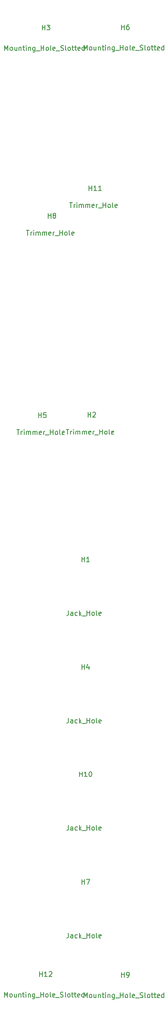
<source format=gbr>
%TF.GenerationSoftware,KiCad,Pcbnew,(5.1.9)-1*%
%TF.CreationDate,2021-09-21T19:29:37+01:00*%
%TF.ProjectId,Noise Faceplate,4e6f6973-6520-4466-9163-65706c617465,rev?*%
%TF.SameCoordinates,Original*%
%TF.FileFunction,Other,Fab,Top*%
%FSLAX46Y46*%
G04 Gerber Fmt 4.6, Leading zero omitted, Abs format (unit mm)*
G04 Created by KiCad (PCBNEW (5.1.9)-1) date 2021-09-21 19:29:37*
%MOMM*%
%LPD*%
G01*
G04 APERTURE LIST*
%ADD10C,0.150000*%
G04 APERTURE END LIST*
%TO.C,H1*%
D10*
X30718523Y-126212880D02*
X30718523Y-126927166D01*
X30670904Y-127070023D01*
X30575666Y-127165261D01*
X30432809Y-127212880D01*
X30337571Y-127212880D01*
X31623285Y-127212880D02*
X31623285Y-126689071D01*
X31575666Y-126593833D01*
X31480428Y-126546214D01*
X31289952Y-126546214D01*
X31194714Y-126593833D01*
X31623285Y-127165261D02*
X31528047Y-127212880D01*
X31289952Y-127212880D01*
X31194714Y-127165261D01*
X31147095Y-127070023D01*
X31147095Y-126974785D01*
X31194714Y-126879547D01*
X31289952Y-126831928D01*
X31528047Y-126831928D01*
X31623285Y-126784309D01*
X32528047Y-127165261D02*
X32432809Y-127212880D01*
X32242333Y-127212880D01*
X32147095Y-127165261D01*
X32099476Y-127117642D01*
X32051857Y-127022404D01*
X32051857Y-126736690D01*
X32099476Y-126641452D01*
X32147095Y-126593833D01*
X32242333Y-126546214D01*
X32432809Y-126546214D01*
X32528047Y-126593833D01*
X32956619Y-127212880D02*
X32956619Y-126212880D01*
X33051857Y-126831928D02*
X33337571Y-127212880D01*
X33337571Y-126546214D02*
X32956619Y-126927166D01*
X33528047Y-127308119D02*
X34289952Y-127308119D01*
X34528047Y-127212880D02*
X34528047Y-126212880D01*
X34528047Y-126689071D02*
X35099476Y-126689071D01*
X35099476Y-127212880D02*
X35099476Y-126212880D01*
X35718523Y-127212880D02*
X35623285Y-127165261D01*
X35575666Y-127117642D01*
X35528047Y-127022404D01*
X35528047Y-126736690D01*
X35575666Y-126641452D01*
X35623285Y-126593833D01*
X35718523Y-126546214D01*
X35861380Y-126546214D01*
X35956619Y-126593833D01*
X36004238Y-126641452D01*
X36051857Y-126736690D01*
X36051857Y-127022404D01*
X36004238Y-127117642D01*
X35956619Y-127165261D01*
X35861380Y-127212880D01*
X35718523Y-127212880D01*
X36623285Y-127212880D02*
X36528047Y-127165261D01*
X36480428Y-127070023D01*
X36480428Y-126212880D01*
X37385190Y-127165261D02*
X37289952Y-127212880D01*
X37099476Y-127212880D01*
X37004238Y-127165261D01*
X36956619Y-127070023D01*
X36956619Y-126689071D01*
X37004238Y-126593833D01*
X37099476Y-126546214D01*
X37289952Y-126546214D01*
X37385190Y-126593833D01*
X37432809Y-126689071D01*
X37432809Y-126784309D01*
X36956619Y-126879547D01*
X33447095Y-116212880D02*
X33447095Y-115212880D01*
X33447095Y-115689071D02*
X34018523Y-115689071D01*
X34018523Y-116212880D02*
X34018523Y-115212880D01*
X35018523Y-116212880D02*
X34447095Y-116212880D01*
X34732809Y-116212880D02*
X34732809Y-115212880D01*
X34637571Y-115355738D01*
X34542333Y-115450976D01*
X34447095Y-115498595D01*
%TO.C,H2*%
X30226619Y-89121880D02*
X30798047Y-89121880D01*
X30512333Y-90121880D02*
X30512333Y-89121880D01*
X31131380Y-90121880D02*
X31131380Y-89455214D01*
X31131380Y-89645690D02*
X31179000Y-89550452D01*
X31226619Y-89502833D01*
X31321857Y-89455214D01*
X31417095Y-89455214D01*
X31750428Y-90121880D02*
X31750428Y-89455214D01*
X31750428Y-89121880D02*
X31702809Y-89169500D01*
X31750428Y-89217119D01*
X31798047Y-89169500D01*
X31750428Y-89121880D01*
X31750428Y-89217119D01*
X32226619Y-90121880D02*
X32226619Y-89455214D01*
X32226619Y-89550452D02*
X32274238Y-89502833D01*
X32369476Y-89455214D01*
X32512333Y-89455214D01*
X32607571Y-89502833D01*
X32655190Y-89598071D01*
X32655190Y-90121880D01*
X32655190Y-89598071D02*
X32702809Y-89502833D01*
X32798047Y-89455214D01*
X32940904Y-89455214D01*
X33036142Y-89502833D01*
X33083761Y-89598071D01*
X33083761Y-90121880D01*
X33559952Y-90121880D02*
X33559952Y-89455214D01*
X33559952Y-89550452D02*
X33607571Y-89502833D01*
X33702809Y-89455214D01*
X33845666Y-89455214D01*
X33940904Y-89502833D01*
X33988523Y-89598071D01*
X33988523Y-90121880D01*
X33988523Y-89598071D02*
X34036142Y-89502833D01*
X34131380Y-89455214D01*
X34274238Y-89455214D01*
X34369476Y-89502833D01*
X34417095Y-89598071D01*
X34417095Y-90121880D01*
X35274238Y-90074261D02*
X35179000Y-90121880D01*
X34988523Y-90121880D01*
X34893285Y-90074261D01*
X34845666Y-89979023D01*
X34845666Y-89598071D01*
X34893285Y-89502833D01*
X34988523Y-89455214D01*
X35179000Y-89455214D01*
X35274238Y-89502833D01*
X35321857Y-89598071D01*
X35321857Y-89693309D01*
X34845666Y-89788547D01*
X35750428Y-90121880D02*
X35750428Y-89455214D01*
X35750428Y-89645690D02*
X35798047Y-89550452D01*
X35845666Y-89502833D01*
X35940904Y-89455214D01*
X36036142Y-89455214D01*
X36131380Y-90217119D02*
X36893285Y-90217119D01*
X37131380Y-90121880D02*
X37131380Y-89121880D01*
X37131380Y-89598071D02*
X37702809Y-89598071D01*
X37702809Y-90121880D02*
X37702809Y-89121880D01*
X38321857Y-90121880D02*
X38226619Y-90074261D01*
X38179000Y-90026642D01*
X38131380Y-89931404D01*
X38131380Y-89645690D01*
X38179000Y-89550452D01*
X38226619Y-89502833D01*
X38321857Y-89455214D01*
X38464714Y-89455214D01*
X38559952Y-89502833D01*
X38607571Y-89550452D01*
X38655190Y-89645690D01*
X38655190Y-89931404D01*
X38607571Y-90026642D01*
X38559952Y-90074261D01*
X38464714Y-90121880D01*
X38321857Y-90121880D01*
X39226619Y-90121880D02*
X39131380Y-90074261D01*
X39083761Y-89979023D01*
X39083761Y-89121880D01*
X39988523Y-90074261D02*
X39893285Y-90121880D01*
X39702809Y-90121880D01*
X39607571Y-90074261D01*
X39559952Y-89979023D01*
X39559952Y-89598071D01*
X39607571Y-89502833D01*
X39702809Y-89455214D01*
X39893285Y-89455214D01*
X39988523Y-89502833D01*
X40036142Y-89598071D01*
X40036142Y-89693309D01*
X39559952Y-89788547D01*
X34717095Y-86621880D02*
X34717095Y-85621880D01*
X34717095Y-86098071D02*
X35288523Y-86098071D01*
X35288523Y-86621880D02*
X35288523Y-85621880D01*
X35717095Y-85717119D02*
X35764714Y-85669500D01*
X35859952Y-85621880D01*
X36098047Y-85621880D01*
X36193285Y-85669500D01*
X36240904Y-85717119D01*
X36288523Y-85812357D01*
X36288523Y-85907595D01*
X36240904Y-86050452D01*
X35669476Y-86621880D01*
X36288523Y-86621880D01*
%TO.C,H3*%
X17593523Y-11510380D02*
X17593523Y-10510380D01*
X17926857Y-11224666D01*
X18260190Y-10510380D01*
X18260190Y-11510380D01*
X18879238Y-11510380D02*
X18784000Y-11462761D01*
X18736380Y-11415142D01*
X18688761Y-11319904D01*
X18688761Y-11034190D01*
X18736380Y-10938952D01*
X18784000Y-10891333D01*
X18879238Y-10843714D01*
X19022095Y-10843714D01*
X19117333Y-10891333D01*
X19164952Y-10938952D01*
X19212571Y-11034190D01*
X19212571Y-11319904D01*
X19164952Y-11415142D01*
X19117333Y-11462761D01*
X19022095Y-11510380D01*
X18879238Y-11510380D01*
X20069714Y-10843714D02*
X20069714Y-11510380D01*
X19641142Y-10843714D02*
X19641142Y-11367523D01*
X19688761Y-11462761D01*
X19784000Y-11510380D01*
X19926857Y-11510380D01*
X20022095Y-11462761D01*
X20069714Y-11415142D01*
X20545904Y-10843714D02*
X20545904Y-11510380D01*
X20545904Y-10938952D02*
X20593523Y-10891333D01*
X20688761Y-10843714D01*
X20831619Y-10843714D01*
X20926857Y-10891333D01*
X20974476Y-10986571D01*
X20974476Y-11510380D01*
X21307809Y-10843714D02*
X21688761Y-10843714D01*
X21450666Y-10510380D02*
X21450666Y-11367523D01*
X21498285Y-11462761D01*
X21593523Y-11510380D01*
X21688761Y-11510380D01*
X22022095Y-11510380D02*
X22022095Y-10843714D01*
X22022095Y-10510380D02*
X21974476Y-10558000D01*
X22022095Y-10605619D01*
X22069714Y-10558000D01*
X22022095Y-10510380D01*
X22022095Y-10605619D01*
X22498285Y-10843714D02*
X22498285Y-11510380D01*
X22498285Y-10938952D02*
X22545904Y-10891333D01*
X22641142Y-10843714D01*
X22784000Y-10843714D01*
X22879238Y-10891333D01*
X22926857Y-10986571D01*
X22926857Y-11510380D01*
X23831619Y-10843714D02*
X23831619Y-11653238D01*
X23784000Y-11748476D01*
X23736380Y-11796095D01*
X23641142Y-11843714D01*
X23498285Y-11843714D01*
X23403047Y-11796095D01*
X23831619Y-11462761D02*
X23736380Y-11510380D01*
X23545904Y-11510380D01*
X23450666Y-11462761D01*
X23403047Y-11415142D01*
X23355428Y-11319904D01*
X23355428Y-11034190D01*
X23403047Y-10938952D01*
X23450666Y-10891333D01*
X23545904Y-10843714D01*
X23736380Y-10843714D01*
X23831619Y-10891333D01*
X24069714Y-11605619D02*
X24831619Y-11605619D01*
X25069714Y-11510380D02*
X25069714Y-10510380D01*
X25069714Y-10986571D02*
X25641142Y-10986571D01*
X25641142Y-11510380D02*
X25641142Y-10510380D01*
X26260190Y-11510380D02*
X26164952Y-11462761D01*
X26117333Y-11415142D01*
X26069714Y-11319904D01*
X26069714Y-11034190D01*
X26117333Y-10938952D01*
X26164952Y-10891333D01*
X26260190Y-10843714D01*
X26403047Y-10843714D01*
X26498285Y-10891333D01*
X26545904Y-10938952D01*
X26593523Y-11034190D01*
X26593523Y-11319904D01*
X26545904Y-11415142D01*
X26498285Y-11462761D01*
X26403047Y-11510380D01*
X26260190Y-11510380D01*
X27164952Y-11510380D02*
X27069714Y-11462761D01*
X27022095Y-11367523D01*
X27022095Y-10510380D01*
X27926857Y-11462761D02*
X27831619Y-11510380D01*
X27641142Y-11510380D01*
X27545904Y-11462761D01*
X27498285Y-11367523D01*
X27498285Y-10986571D01*
X27545904Y-10891333D01*
X27641142Y-10843714D01*
X27831619Y-10843714D01*
X27926857Y-10891333D01*
X27974476Y-10986571D01*
X27974476Y-11081809D01*
X27498285Y-11177047D01*
X28164952Y-11605619D02*
X28926857Y-11605619D01*
X29117333Y-11462761D02*
X29260190Y-11510380D01*
X29498285Y-11510380D01*
X29593523Y-11462761D01*
X29641142Y-11415142D01*
X29688761Y-11319904D01*
X29688761Y-11224666D01*
X29641142Y-11129428D01*
X29593523Y-11081809D01*
X29498285Y-11034190D01*
X29307809Y-10986571D01*
X29212571Y-10938952D01*
X29164952Y-10891333D01*
X29117333Y-10796095D01*
X29117333Y-10700857D01*
X29164952Y-10605619D01*
X29212571Y-10558000D01*
X29307809Y-10510380D01*
X29545904Y-10510380D01*
X29688761Y-10558000D01*
X30260190Y-11510380D02*
X30164952Y-11462761D01*
X30117333Y-11367523D01*
X30117333Y-10510380D01*
X30784000Y-11510380D02*
X30688761Y-11462761D01*
X30641142Y-11415142D01*
X30593523Y-11319904D01*
X30593523Y-11034190D01*
X30641142Y-10938952D01*
X30688761Y-10891333D01*
X30784000Y-10843714D01*
X30926857Y-10843714D01*
X31022095Y-10891333D01*
X31069714Y-10938952D01*
X31117333Y-11034190D01*
X31117333Y-11319904D01*
X31069714Y-11415142D01*
X31022095Y-11462761D01*
X30926857Y-11510380D01*
X30784000Y-11510380D01*
X31403047Y-10843714D02*
X31784000Y-10843714D01*
X31545904Y-10510380D02*
X31545904Y-11367523D01*
X31593523Y-11462761D01*
X31688761Y-11510380D01*
X31784000Y-11510380D01*
X31974476Y-10843714D02*
X32355428Y-10843714D01*
X32117333Y-10510380D02*
X32117333Y-11367523D01*
X32164952Y-11462761D01*
X32260190Y-11510380D01*
X32355428Y-11510380D01*
X33069714Y-11462761D02*
X32974476Y-11510380D01*
X32784000Y-11510380D01*
X32688761Y-11462761D01*
X32641142Y-11367523D01*
X32641142Y-10986571D01*
X32688761Y-10891333D01*
X32784000Y-10843714D01*
X32974476Y-10843714D01*
X33069714Y-10891333D01*
X33117333Y-10986571D01*
X33117333Y-11081809D01*
X32641142Y-11177047D01*
X33974476Y-11510380D02*
X33974476Y-10510380D01*
X33974476Y-11462761D02*
X33879238Y-11510380D01*
X33688761Y-11510380D01*
X33593523Y-11462761D01*
X33545904Y-11415142D01*
X33498285Y-11319904D01*
X33498285Y-11034190D01*
X33545904Y-10938952D01*
X33593523Y-10891333D01*
X33688761Y-10843714D01*
X33879238Y-10843714D01*
X33974476Y-10891333D01*
X25322095Y-7310380D02*
X25322095Y-6310380D01*
X25322095Y-6786571D02*
X25893523Y-6786571D01*
X25893523Y-7310380D02*
X25893523Y-6310380D01*
X26274476Y-6310380D02*
X26893523Y-6310380D01*
X26560190Y-6691333D01*
X26703047Y-6691333D01*
X26798285Y-6738952D01*
X26845904Y-6786571D01*
X26893523Y-6881809D01*
X26893523Y-7119904D01*
X26845904Y-7215142D01*
X26798285Y-7262761D01*
X26703047Y-7310380D01*
X26417333Y-7310380D01*
X26322095Y-7262761D01*
X26274476Y-7215142D01*
%TO.C,H4*%
X30718523Y-148247380D02*
X30718523Y-148961666D01*
X30670904Y-149104523D01*
X30575666Y-149199761D01*
X30432809Y-149247380D01*
X30337571Y-149247380D01*
X31623285Y-149247380D02*
X31623285Y-148723571D01*
X31575666Y-148628333D01*
X31480428Y-148580714D01*
X31289952Y-148580714D01*
X31194714Y-148628333D01*
X31623285Y-149199761D02*
X31528047Y-149247380D01*
X31289952Y-149247380D01*
X31194714Y-149199761D01*
X31147095Y-149104523D01*
X31147095Y-149009285D01*
X31194714Y-148914047D01*
X31289952Y-148866428D01*
X31528047Y-148866428D01*
X31623285Y-148818809D01*
X32528047Y-149199761D02*
X32432809Y-149247380D01*
X32242333Y-149247380D01*
X32147095Y-149199761D01*
X32099476Y-149152142D01*
X32051857Y-149056904D01*
X32051857Y-148771190D01*
X32099476Y-148675952D01*
X32147095Y-148628333D01*
X32242333Y-148580714D01*
X32432809Y-148580714D01*
X32528047Y-148628333D01*
X32956619Y-149247380D02*
X32956619Y-148247380D01*
X33051857Y-148866428D02*
X33337571Y-149247380D01*
X33337571Y-148580714D02*
X32956619Y-148961666D01*
X33528047Y-149342619D02*
X34289952Y-149342619D01*
X34528047Y-149247380D02*
X34528047Y-148247380D01*
X34528047Y-148723571D02*
X35099476Y-148723571D01*
X35099476Y-149247380D02*
X35099476Y-148247380D01*
X35718523Y-149247380D02*
X35623285Y-149199761D01*
X35575666Y-149152142D01*
X35528047Y-149056904D01*
X35528047Y-148771190D01*
X35575666Y-148675952D01*
X35623285Y-148628333D01*
X35718523Y-148580714D01*
X35861380Y-148580714D01*
X35956619Y-148628333D01*
X36004238Y-148675952D01*
X36051857Y-148771190D01*
X36051857Y-149056904D01*
X36004238Y-149152142D01*
X35956619Y-149199761D01*
X35861380Y-149247380D01*
X35718523Y-149247380D01*
X36623285Y-149247380D02*
X36528047Y-149199761D01*
X36480428Y-149104523D01*
X36480428Y-148247380D01*
X37385190Y-149199761D02*
X37289952Y-149247380D01*
X37099476Y-149247380D01*
X37004238Y-149199761D01*
X36956619Y-149104523D01*
X36956619Y-148723571D01*
X37004238Y-148628333D01*
X37099476Y-148580714D01*
X37289952Y-148580714D01*
X37385190Y-148628333D01*
X37432809Y-148723571D01*
X37432809Y-148818809D01*
X36956619Y-148914047D01*
X33447095Y-138247380D02*
X33447095Y-137247380D01*
X33447095Y-137723571D02*
X34018523Y-137723571D01*
X34018523Y-138247380D02*
X34018523Y-137247380D01*
X34923285Y-137580714D02*
X34923285Y-138247380D01*
X34685190Y-137199761D02*
X34447095Y-137914047D01*
X35066142Y-137914047D01*
%TO.C,H5*%
X20066619Y-89185380D02*
X20638047Y-89185380D01*
X20352333Y-90185380D02*
X20352333Y-89185380D01*
X20971380Y-90185380D02*
X20971380Y-89518714D01*
X20971380Y-89709190D02*
X21019000Y-89613952D01*
X21066619Y-89566333D01*
X21161857Y-89518714D01*
X21257095Y-89518714D01*
X21590428Y-90185380D02*
X21590428Y-89518714D01*
X21590428Y-89185380D02*
X21542809Y-89233000D01*
X21590428Y-89280619D01*
X21638047Y-89233000D01*
X21590428Y-89185380D01*
X21590428Y-89280619D01*
X22066619Y-90185380D02*
X22066619Y-89518714D01*
X22066619Y-89613952D02*
X22114238Y-89566333D01*
X22209476Y-89518714D01*
X22352333Y-89518714D01*
X22447571Y-89566333D01*
X22495190Y-89661571D01*
X22495190Y-90185380D01*
X22495190Y-89661571D02*
X22542809Y-89566333D01*
X22638047Y-89518714D01*
X22780904Y-89518714D01*
X22876142Y-89566333D01*
X22923761Y-89661571D01*
X22923761Y-90185380D01*
X23399952Y-90185380D02*
X23399952Y-89518714D01*
X23399952Y-89613952D02*
X23447571Y-89566333D01*
X23542809Y-89518714D01*
X23685666Y-89518714D01*
X23780904Y-89566333D01*
X23828523Y-89661571D01*
X23828523Y-90185380D01*
X23828523Y-89661571D02*
X23876142Y-89566333D01*
X23971380Y-89518714D01*
X24114238Y-89518714D01*
X24209476Y-89566333D01*
X24257095Y-89661571D01*
X24257095Y-90185380D01*
X25114238Y-90137761D02*
X25019000Y-90185380D01*
X24828523Y-90185380D01*
X24733285Y-90137761D01*
X24685666Y-90042523D01*
X24685666Y-89661571D01*
X24733285Y-89566333D01*
X24828523Y-89518714D01*
X25019000Y-89518714D01*
X25114238Y-89566333D01*
X25161857Y-89661571D01*
X25161857Y-89756809D01*
X24685666Y-89852047D01*
X25590428Y-90185380D02*
X25590428Y-89518714D01*
X25590428Y-89709190D02*
X25638047Y-89613952D01*
X25685666Y-89566333D01*
X25780904Y-89518714D01*
X25876142Y-89518714D01*
X25971380Y-90280619D02*
X26733285Y-90280619D01*
X26971380Y-90185380D02*
X26971380Y-89185380D01*
X26971380Y-89661571D02*
X27542809Y-89661571D01*
X27542809Y-90185380D02*
X27542809Y-89185380D01*
X28161857Y-90185380D02*
X28066619Y-90137761D01*
X28019000Y-90090142D01*
X27971380Y-89994904D01*
X27971380Y-89709190D01*
X28019000Y-89613952D01*
X28066619Y-89566333D01*
X28161857Y-89518714D01*
X28304714Y-89518714D01*
X28399952Y-89566333D01*
X28447571Y-89613952D01*
X28495190Y-89709190D01*
X28495190Y-89994904D01*
X28447571Y-90090142D01*
X28399952Y-90137761D01*
X28304714Y-90185380D01*
X28161857Y-90185380D01*
X29066619Y-90185380D02*
X28971380Y-90137761D01*
X28923761Y-90042523D01*
X28923761Y-89185380D01*
X29828523Y-90137761D02*
X29733285Y-90185380D01*
X29542809Y-90185380D01*
X29447571Y-90137761D01*
X29399952Y-90042523D01*
X29399952Y-89661571D01*
X29447571Y-89566333D01*
X29542809Y-89518714D01*
X29733285Y-89518714D01*
X29828523Y-89566333D01*
X29876142Y-89661571D01*
X29876142Y-89756809D01*
X29399952Y-89852047D01*
X24557095Y-86685380D02*
X24557095Y-85685380D01*
X24557095Y-86161571D02*
X25128523Y-86161571D01*
X25128523Y-86685380D02*
X25128523Y-85685380D01*
X26080904Y-85685380D02*
X25604714Y-85685380D01*
X25557095Y-86161571D01*
X25604714Y-86113952D01*
X25699952Y-86066333D01*
X25938047Y-86066333D01*
X26033285Y-86113952D01*
X26080904Y-86161571D01*
X26128523Y-86256809D01*
X26128523Y-86494904D01*
X26080904Y-86590142D01*
X26033285Y-86637761D01*
X25938047Y-86685380D01*
X25699952Y-86685380D01*
X25604714Y-86637761D01*
X25557095Y-86590142D01*
%TO.C,H6*%
X33913023Y-11446880D02*
X33913023Y-10446880D01*
X34246357Y-11161166D01*
X34579690Y-10446880D01*
X34579690Y-11446880D01*
X35198738Y-11446880D02*
X35103500Y-11399261D01*
X35055880Y-11351642D01*
X35008261Y-11256404D01*
X35008261Y-10970690D01*
X35055880Y-10875452D01*
X35103500Y-10827833D01*
X35198738Y-10780214D01*
X35341595Y-10780214D01*
X35436833Y-10827833D01*
X35484452Y-10875452D01*
X35532071Y-10970690D01*
X35532071Y-11256404D01*
X35484452Y-11351642D01*
X35436833Y-11399261D01*
X35341595Y-11446880D01*
X35198738Y-11446880D01*
X36389214Y-10780214D02*
X36389214Y-11446880D01*
X35960642Y-10780214D02*
X35960642Y-11304023D01*
X36008261Y-11399261D01*
X36103500Y-11446880D01*
X36246357Y-11446880D01*
X36341595Y-11399261D01*
X36389214Y-11351642D01*
X36865404Y-10780214D02*
X36865404Y-11446880D01*
X36865404Y-10875452D02*
X36913023Y-10827833D01*
X37008261Y-10780214D01*
X37151119Y-10780214D01*
X37246357Y-10827833D01*
X37293976Y-10923071D01*
X37293976Y-11446880D01*
X37627309Y-10780214D02*
X38008261Y-10780214D01*
X37770166Y-10446880D02*
X37770166Y-11304023D01*
X37817785Y-11399261D01*
X37913023Y-11446880D01*
X38008261Y-11446880D01*
X38341595Y-11446880D02*
X38341595Y-10780214D01*
X38341595Y-10446880D02*
X38293976Y-10494500D01*
X38341595Y-10542119D01*
X38389214Y-10494500D01*
X38341595Y-10446880D01*
X38341595Y-10542119D01*
X38817785Y-10780214D02*
X38817785Y-11446880D01*
X38817785Y-10875452D02*
X38865404Y-10827833D01*
X38960642Y-10780214D01*
X39103500Y-10780214D01*
X39198738Y-10827833D01*
X39246357Y-10923071D01*
X39246357Y-11446880D01*
X40151119Y-10780214D02*
X40151119Y-11589738D01*
X40103500Y-11684976D01*
X40055880Y-11732595D01*
X39960642Y-11780214D01*
X39817785Y-11780214D01*
X39722547Y-11732595D01*
X40151119Y-11399261D02*
X40055880Y-11446880D01*
X39865404Y-11446880D01*
X39770166Y-11399261D01*
X39722547Y-11351642D01*
X39674928Y-11256404D01*
X39674928Y-10970690D01*
X39722547Y-10875452D01*
X39770166Y-10827833D01*
X39865404Y-10780214D01*
X40055880Y-10780214D01*
X40151119Y-10827833D01*
X40389214Y-11542119D02*
X41151119Y-11542119D01*
X41389214Y-11446880D02*
X41389214Y-10446880D01*
X41389214Y-10923071D02*
X41960642Y-10923071D01*
X41960642Y-11446880D02*
X41960642Y-10446880D01*
X42579690Y-11446880D02*
X42484452Y-11399261D01*
X42436833Y-11351642D01*
X42389214Y-11256404D01*
X42389214Y-10970690D01*
X42436833Y-10875452D01*
X42484452Y-10827833D01*
X42579690Y-10780214D01*
X42722547Y-10780214D01*
X42817785Y-10827833D01*
X42865404Y-10875452D01*
X42913023Y-10970690D01*
X42913023Y-11256404D01*
X42865404Y-11351642D01*
X42817785Y-11399261D01*
X42722547Y-11446880D01*
X42579690Y-11446880D01*
X43484452Y-11446880D02*
X43389214Y-11399261D01*
X43341595Y-11304023D01*
X43341595Y-10446880D01*
X44246357Y-11399261D02*
X44151119Y-11446880D01*
X43960642Y-11446880D01*
X43865404Y-11399261D01*
X43817785Y-11304023D01*
X43817785Y-10923071D01*
X43865404Y-10827833D01*
X43960642Y-10780214D01*
X44151119Y-10780214D01*
X44246357Y-10827833D01*
X44293976Y-10923071D01*
X44293976Y-11018309D01*
X43817785Y-11113547D01*
X44484452Y-11542119D02*
X45246357Y-11542119D01*
X45436833Y-11399261D02*
X45579690Y-11446880D01*
X45817785Y-11446880D01*
X45913023Y-11399261D01*
X45960642Y-11351642D01*
X46008261Y-11256404D01*
X46008261Y-11161166D01*
X45960642Y-11065928D01*
X45913023Y-11018309D01*
X45817785Y-10970690D01*
X45627309Y-10923071D01*
X45532071Y-10875452D01*
X45484452Y-10827833D01*
X45436833Y-10732595D01*
X45436833Y-10637357D01*
X45484452Y-10542119D01*
X45532071Y-10494500D01*
X45627309Y-10446880D01*
X45865404Y-10446880D01*
X46008261Y-10494500D01*
X46579690Y-11446880D02*
X46484452Y-11399261D01*
X46436833Y-11304023D01*
X46436833Y-10446880D01*
X47103500Y-11446880D02*
X47008261Y-11399261D01*
X46960642Y-11351642D01*
X46913023Y-11256404D01*
X46913023Y-10970690D01*
X46960642Y-10875452D01*
X47008261Y-10827833D01*
X47103500Y-10780214D01*
X47246357Y-10780214D01*
X47341595Y-10827833D01*
X47389214Y-10875452D01*
X47436833Y-10970690D01*
X47436833Y-11256404D01*
X47389214Y-11351642D01*
X47341595Y-11399261D01*
X47246357Y-11446880D01*
X47103500Y-11446880D01*
X47722547Y-10780214D02*
X48103500Y-10780214D01*
X47865404Y-10446880D02*
X47865404Y-11304023D01*
X47913023Y-11399261D01*
X48008261Y-11446880D01*
X48103500Y-11446880D01*
X48293976Y-10780214D02*
X48674928Y-10780214D01*
X48436833Y-10446880D02*
X48436833Y-11304023D01*
X48484452Y-11399261D01*
X48579690Y-11446880D01*
X48674928Y-11446880D01*
X49389214Y-11399261D02*
X49293976Y-11446880D01*
X49103500Y-11446880D01*
X49008261Y-11399261D01*
X48960642Y-11304023D01*
X48960642Y-10923071D01*
X49008261Y-10827833D01*
X49103500Y-10780214D01*
X49293976Y-10780214D01*
X49389214Y-10827833D01*
X49436833Y-10923071D01*
X49436833Y-11018309D01*
X48960642Y-11113547D01*
X50293976Y-11446880D02*
X50293976Y-10446880D01*
X50293976Y-11399261D02*
X50198738Y-11446880D01*
X50008261Y-11446880D01*
X49913023Y-11399261D01*
X49865404Y-11351642D01*
X49817785Y-11256404D01*
X49817785Y-10970690D01*
X49865404Y-10875452D01*
X49913023Y-10827833D01*
X50008261Y-10780214D01*
X50198738Y-10780214D01*
X50293976Y-10827833D01*
X41641595Y-7246880D02*
X41641595Y-6246880D01*
X41641595Y-6723071D02*
X42213023Y-6723071D01*
X42213023Y-7246880D02*
X42213023Y-6246880D01*
X43117785Y-6246880D02*
X42927309Y-6246880D01*
X42832071Y-6294500D01*
X42784452Y-6342119D01*
X42689214Y-6484976D01*
X42641595Y-6675452D01*
X42641595Y-7056404D01*
X42689214Y-7151642D01*
X42736833Y-7199261D01*
X42832071Y-7246880D01*
X43022547Y-7246880D01*
X43117785Y-7199261D01*
X43165404Y-7151642D01*
X43213023Y-7056404D01*
X43213023Y-6818309D01*
X43165404Y-6723071D01*
X43117785Y-6675452D01*
X43022547Y-6627833D01*
X42832071Y-6627833D01*
X42736833Y-6675452D01*
X42689214Y-6723071D01*
X42641595Y-6818309D01*
%TO.C,H7*%
X30718523Y-192252880D02*
X30718523Y-192967166D01*
X30670904Y-193110023D01*
X30575666Y-193205261D01*
X30432809Y-193252880D01*
X30337571Y-193252880D01*
X31623285Y-193252880D02*
X31623285Y-192729071D01*
X31575666Y-192633833D01*
X31480428Y-192586214D01*
X31289952Y-192586214D01*
X31194714Y-192633833D01*
X31623285Y-193205261D02*
X31528047Y-193252880D01*
X31289952Y-193252880D01*
X31194714Y-193205261D01*
X31147095Y-193110023D01*
X31147095Y-193014785D01*
X31194714Y-192919547D01*
X31289952Y-192871928D01*
X31528047Y-192871928D01*
X31623285Y-192824309D01*
X32528047Y-193205261D02*
X32432809Y-193252880D01*
X32242333Y-193252880D01*
X32147095Y-193205261D01*
X32099476Y-193157642D01*
X32051857Y-193062404D01*
X32051857Y-192776690D01*
X32099476Y-192681452D01*
X32147095Y-192633833D01*
X32242333Y-192586214D01*
X32432809Y-192586214D01*
X32528047Y-192633833D01*
X32956619Y-193252880D02*
X32956619Y-192252880D01*
X33051857Y-192871928D02*
X33337571Y-193252880D01*
X33337571Y-192586214D02*
X32956619Y-192967166D01*
X33528047Y-193348119D02*
X34289952Y-193348119D01*
X34528047Y-193252880D02*
X34528047Y-192252880D01*
X34528047Y-192729071D02*
X35099476Y-192729071D01*
X35099476Y-193252880D02*
X35099476Y-192252880D01*
X35718523Y-193252880D02*
X35623285Y-193205261D01*
X35575666Y-193157642D01*
X35528047Y-193062404D01*
X35528047Y-192776690D01*
X35575666Y-192681452D01*
X35623285Y-192633833D01*
X35718523Y-192586214D01*
X35861380Y-192586214D01*
X35956619Y-192633833D01*
X36004238Y-192681452D01*
X36051857Y-192776690D01*
X36051857Y-193062404D01*
X36004238Y-193157642D01*
X35956619Y-193205261D01*
X35861380Y-193252880D01*
X35718523Y-193252880D01*
X36623285Y-193252880D02*
X36528047Y-193205261D01*
X36480428Y-193110023D01*
X36480428Y-192252880D01*
X37385190Y-193205261D02*
X37289952Y-193252880D01*
X37099476Y-193252880D01*
X37004238Y-193205261D01*
X36956619Y-193110023D01*
X36956619Y-192729071D01*
X37004238Y-192633833D01*
X37099476Y-192586214D01*
X37289952Y-192586214D01*
X37385190Y-192633833D01*
X37432809Y-192729071D01*
X37432809Y-192824309D01*
X36956619Y-192919547D01*
X33447095Y-182252880D02*
X33447095Y-181252880D01*
X33447095Y-181729071D02*
X34018523Y-181729071D01*
X34018523Y-182252880D02*
X34018523Y-181252880D01*
X34399476Y-181252880D02*
X35066142Y-181252880D01*
X34637571Y-182252880D01*
%TO.C,H8*%
X22035119Y-48354880D02*
X22606547Y-48354880D01*
X22320833Y-49354880D02*
X22320833Y-48354880D01*
X22939880Y-49354880D02*
X22939880Y-48688214D01*
X22939880Y-48878690D02*
X22987500Y-48783452D01*
X23035119Y-48735833D01*
X23130357Y-48688214D01*
X23225595Y-48688214D01*
X23558928Y-49354880D02*
X23558928Y-48688214D01*
X23558928Y-48354880D02*
X23511309Y-48402500D01*
X23558928Y-48450119D01*
X23606547Y-48402500D01*
X23558928Y-48354880D01*
X23558928Y-48450119D01*
X24035119Y-49354880D02*
X24035119Y-48688214D01*
X24035119Y-48783452D02*
X24082738Y-48735833D01*
X24177976Y-48688214D01*
X24320833Y-48688214D01*
X24416071Y-48735833D01*
X24463690Y-48831071D01*
X24463690Y-49354880D01*
X24463690Y-48831071D02*
X24511309Y-48735833D01*
X24606547Y-48688214D01*
X24749404Y-48688214D01*
X24844642Y-48735833D01*
X24892261Y-48831071D01*
X24892261Y-49354880D01*
X25368452Y-49354880D02*
X25368452Y-48688214D01*
X25368452Y-48783452D02*
X25416071Y-48735833D01*
X25511309Y-48688214D01*
X25654166Y-48688214D01*
X25749404Y-48735833D01*
X25797023Y-48831071D01*
X25797023Y-49354880D01*
X25797023Y-48831071D02*
X25844642Y-48735833D01*
X25939880Y-48688214D01*
X26082738Y-48688214D01*
X26177976Y-48735833D01*
X26225595Y-48831071D01*
X26225595Y-49354880D01*
X27082738Y-49307261D02*
X26987500Y-49354880D01*
X26797023Y-49354880D01*
X26701785Y-49307261D01*
X26654166Y-49212023D01*
X26654166Y-48831071D01*
X26701785Y-48735833D01*
X26797023Y-48688214D01*
X26987500Y-48688214D01*
X27082738Y-48735833D01*
X27130357Y-48831071D01*
X27130357Y-48926309D01*
X26654166Y-49021547D01*
X27558928Y-49354880D02*
X27558928Y-48688214D01*
X27558928Y-48878690D02*
X27606547Y-48783452D01*
X27654166Y-48735833D01*
X27749404Y-48688214D01*
X27844642Y-48688214D01*
X27939880Y-49450119D02*
X28701785Y-49450119D01*
X28939880Y-49354880D02*
X28939880Y-48354880D01*
X28939880Y-48831071D02*
X29511309Y-48831071D01*
X29511309Y-49354880D02*
X29511309Y-48354880D01*
X30130357Y-49354880D02*
X30035119Y-49307261D01*
X29987500Y-49259642D01*
X29939880Y-49164404D01*
X29939880Y-48878690D01*
X29987500Y-48783452D01*
X30035119Y-48735833D01*
X30130357Y-48688214D01*
X30273214Y-48688214D01*
X30368452Y-48735833D01*
X30416071Y-48783452D01*
X30463690Y-48878690D01*
X30463690Y-49164404D01*
X30416071Y-49259642D01*
X30368452Y-49307261D01*
X30273214Y-49354880D01*
X30130357Y-49354880D01*
X31035119Y-49354880D02*
X30939880Y-49307261D01*
X30892261Y-49212023D01*
X30892261Y-48354880D01*
X31797023Y-49307261D02*
X31701785Y-49354880D01*
X31511309Y-49354880D01*
X31416071Y-49307261D01*
X31368452Y-49212023D01*
X31368452Y-48831071D01*
X31416071Y-48735833D01*
X31511309Y-48688214D01*
X31701785Y-48688214D01*
X31797023Y-48735833D01*
X31844642Y-48831071D01*
X31844642Y-48926309D01*
X31368452Y-49021547D01*
X26525595Y-45854880D02*
X26525595Y-44854880D01*
X26525595Y-45331071D02*
X27097023Y-45331071D01*
X27097023Y-45854880D02*
X27097023Y-44854880D01*
X27716071Y-45283452D02*
X27620833Y-45235833D01*
X27573214Y-45188214D01*
X27525595Y-45092976D01*
X27525595Y-45045357D01*
X27573214Y-44950119D01*
X27620833Y-44902500D01*
X27716071Y-44854880D01*
X27906547Y-44854880D01*
X28001785Y-44902500D01*
X28049404Y-44950119D01*
X28097023Y-45045357D01*
X28097023Y-45092976D01*
X28049404Y-45188214D01*
X28001785Y-45235833D01*
X27906547Y-45283452D01*
X27716071Y-45283452D01*
X27620833Y-45331071D01*
X27573214Y-45378690D01*
X27525595Y-45473928D01*
X27525595Y-45664404D01*
X27573214Y-45759642D01*
X27620833Y-45807261D01*
X27716071Y-45854880D01*
X27906547Y-45854880D01*
X28001785Y-45807261D01*
X28049404Y-45759642D01*
X28097023Y-45664404D01*
X28097023Y-45473928D01*
X28049404Y-45378690D01*
X28001785Y-45331071D01*
X27906547Y-45283452D01*
%TO.C,H9*%
X33913023Y-205502880D02*
X33913023Y-204502880D01*
X34246357Y-205217166D01*
X34579690Y-204502880D01*
X34579690Y-205502880D01*
X35198738Y-205502880D02*
X35103500Y-205455261D01*
X35055880Y-205407642D01*
X35008261Y-205312404D01*
X35008261Y-205026690D01*
X35055880Y-204931452D01*
X35103500Y-204883833D01*
X35198738Y-204836214D01*
X35341595Y-204836214D01*
X35436833Y-204883833D01*
X35484452Y-204931452D01*
X35532071Y-205026690D01*
X35532071Y-205312404D01*
X35484452Y-205407642D01*
X35436833Y-205455261D01*
X35341595Y-205502880D01*
X35198738Y-205502880D01*
X36389214Y-204836214D02*
X36389214Y-205502880D01*
X35960642Y-204836214D02*
X35960642Y-205360023D01*
X36008261Y-205455261D01*
X36103500Y-205502880D01*
X36246357Y-205502880D01*
X36341595Y-205455261D01*
X36389214Y-205407642D01*
X36865404Y-204836214D02*
X36865404Y-205502880D01*
X36865404Y-204931452D02*
X36913023Y-204883833D01*
X37008261Y-204836214D01*
X37151119Y-204836214D01*
X37246357Y-204883833D01*
X37293976Y-204979071D01*
X37293976Y-205502880D01*
X37627309Y-204836214D02*
X38008261Y-204836214D01*
X37770166Y-204502880D02*
X37770166Y-205360023D01*
X37817785Y-205455261D01*
X37913023Y-205502880D01*
X38008261Y-205502880D01*
X38341595Y-205502880D02*
X38341595Y-204836214D01*
X38341595Y-204502880D02*
X38293976Y-204550500D01*
X38341595Y-204598119D01*
X38389214Y-204550500D01*
X38341595Y-204502880D01*
X38341595Y-204598119D01*
X38817785Y-204836214D02*
X38817785Y-205502880D01*
X38817785Y-204931452D02*
X38865404Y-204883833D01*
X38960642Y-204836214D01*
X39103500Y-204836214D01*
X39198738Y-204883833D01*
X39246357Y-204979071D01*
X39246357Y-205502880D01*
X40151119Y-204836214D02*
X40151119Y-205645738D01*
X40103500Y-205740976D01*
X40055880Y-205788595D01*
X39960642Y-205836214D01*
X39817785Y-205836214D01*
X39722547Y-205788595D01*
X40151119Y-205455261D02*
X40055880Y-205502880D01*
X39865404Y-205502880D01*
X39770166Y-205455261D01*
X39722547Y-205407642D01*
X39674928Y-205312404D01*
X39674928Y-205026690D01*
X39722547Y-204931452D01*
X39770166Y-204883833D01*
X39865404Y-204836214D01*
X40055880Y-204836214D01*
X40151119Y-204883833D01*
X40389214Y-205598119D02*
X41151119Y-205598119D01*
X41389214Y-205502880D02*
X41389214Y-204502880D01*
X41389214Y-204979071D02*
X41960642Y-204979071D01*
X41960642Y-205502880D02*
X41960642Y-204502880D01*
X42579690Y-205502880D02*
X42484452Y-205455261D01*
X42436833Y-205407642D01*
X42389214Y-205312404D01*
X42389214Y-205026690D01*
X42436833Y-204931452D01*
X42484452Y-204883833D01*
X42579690Y-204836214D01*
X42722547Y-204836214D01*
X42817785Y-204883833D01*
X42865404Y-204931452D01*
X42913023Y-205026690D01*
X42913023Y-205312404D01*
X42865404Y-205407642D01*
X42817785Y-205455261D01*
X42722547Y-205502880D01*
X42579690Y-205502880D01*
X43484452Y-205502880D02*
X43389214Y-205455261D01*
X43341595Y-205360023D01*
X43341595Y-204502880D01*
X44246357Y-205455261D02*
X44151119Y-205502880D01*
X43960642Y-205502880D01*
X43865404Y-205455261D01*
X43817785Y-205360023D01*
X43817785Y-204979071D01*
X43865404Y-204883833D01*
X43960642Y-204836214D01*
X44151119Y-204836214D01*
X44246357Y-204883833D01*
X44293976Y-204979071D01*
X44293976Y-205074309D01*
X43817785Y-205169547D01*
X44484452Y-205598119D02*
X45246357Y-205598119D01*
X45436833Y-205455261D02*
X45579690Y-205502880D01*
X45817785Y-205502880D01*
X45913023Y-205455261D01*
X45960642Y-205407642D01*
X46008261Y-205312404D01*
X46008261Y-205217166D01*
X45960642Y-205121928D01*
X45913023Y-205074309D01*
X45817785Y-205026690D01*
X45627309Y-204979071D01*
X45532071Y-204931452D01*
X45484452Y-204883833D01*
X45436833Y-204788595D01*
X45436833Y-204693357D01*
X45484452Y-204598119D01*
X45532071Y-204550500D01*
X45627309Y-204502880D01*
X45865404Y-204502880D01*
X46008261Y-204550500D01*
X46579690Y-205502880D02*
X46484452Y-205455261D01*
X46436833Y-205360023D01*
X46436833Y-204502880D01*
X47103500Y-205502880D02*
X47008261Y-205455261D01*
X46960642Y-205407642D01*
X46913023Y-205312404D01*
X46913023Y-205026690D01*
X46960642Y-204931452D01*
X47008261Y-204883833D01*
X47103500Y-204836214D01*
X47246357Y-204836214D01*
X47341595Y-204883833D01*
X47389214Y-204931452D01*
X47436833Y-205026690D01*
X47436833Y-205312404D01*
X47389214Y-205407642D01*
X47341595Y-205455261D01*
X47246357Y-205502880D01*
X47103500Y-205502880D01*
X47722547Y-204836214D02*
X48103500Y-204836214D01*
X47865404Y-204502880D02*
X47865404Y-205360023D01*
X47913023Y-205455261D01*
X48008261Y-205502880D01*
X48103500Y-205502880D01*
X48293976Y-204836214D02*
X48674928Y-204836214D01*
X48436833Y-204502880D02*
X48436833Y-205360023D01*
X48484452Y-205455261D01*
X48579690Y-205502880D01*
X48674928Y-205502880D01*
X49389214Y-205455261D02*
X49293976Y-205502880D01*
X49103500Y-205502880D01*
X49008261Y-205455261D01*
X48960642Y-205360023D01*
X48960642Y-204979071D01*
X49008261Y-204883833D01*
X49103500Y-204836214D01*
X49293976Y-204836214D01*
X49389214Y-204883833D01*
X49436833Y-204979071D01*
X49436833Y-205074309D01*
X48960642Y-205169547D01*
X50293976Y-205502880D02*
X50293976Y-204502880D01*
X50293976Y-205455261D02*
X50198738Y-205502880D01*
X50008261Y-205502880D01*
X49913023Y-205455261D01*
X49865404Y-205407642D01*
X49817785Y-205312404D01*
X49817785Y-205026690D01*
X49865404Y-204931452D01*
X49913023Y-204883833D01*
X50008261Y-204836214D01*
X50198738Y-204836214D01*
X50293976Y-204883833D01*
X41641595Y-201302880D02*
X41641595Y-200302880D01*
X41641595Y-200779071D02*
X42213023Y-200779071D01*
X42213023Y-201302880D02*
X42213023Y-200302880D01*
X42736833Y-201302880D02*
X42927309Y-201302880D01*
X43022547Y-201255261D01*
X43070166Y-201207642D01*
X43165404Y-201064785D01*
X43213023Y-200874309D01*
X43213023Y-200493357D01*
X43165404Y-200398119D01*
X43117785Y-200350500D01*
X43022547Y-200302880D01*
X42832071Y-200302880D01*
X42736833Y-200350500D01*
X42689214Y-200398119D01*
X42641595Y-200493357D01*
X42641595Y-200731452D01*
X42689214Y-200826690D01*
X42736833Y-200874309D01*
X42832071Y-200921928D01*
X43022547Y-200921928D01*
X43117785Y-200874309D01*
X43165404Y-200826690D01*
X43213023Y-200731452D01*
%TO.C,H10*%
X30718523Y-170218380D02*
X30718523Y-170932666D01*
X30670904Y-171075523D01*
X30575666Y-171170761D01*
X30432809Y-171218380D01*
X30337571Y-171218380D01*
X31623285Y-171218380D02*
X31623285Y-170694571D01*
X31575666Y-170599333D01*
X31480428Y-170551714D01*
X31289952Y-170551714D01*
X31194714Y-170599333D01*
X31623285Y-171170761D02*
X31528047Y-171218380D01*
X31289952Y-171218380D01*
X31194714Y-171170761D01*
X31147095Y-171075523D01*
X31147095Y-170980285D01*
X31194714Y-170885047D01*
X31289952Y-170837428D01*
X31528047Y-170837428D01*
X31623285Y-170789809D01*
X32528047Y-171170761D02*
X32432809Y-171218380D01*
X32242333Y-171218380D01*
X32147095Y-171170761D01*
X32099476Y-171123142D01*
X32051857Y-171027904D01*
X32051857Y-170742190D01*
X32099476Y-170646952D01*
X32147095Y-170599333D01*
X32242333Y-170551714D01*
X32432809Y-170551714D01*
X32528047Y-170599333D01*
X32956619Y-171218380D02*
X32956619Y-170218380D01*
X33051857Y-170837428D02*
X33337571Y-171218380D01*
X33337571Y-170551714D02*
X32956619Y-170932666D01*
X33528047Y-171313619D02*
X34289952Y-171313619D01*
X34528047Y-171218380D02*
X34528047Y-170218380D01*
X34528047Y-170694571D02*
X35099476Y-170694571D01*
X35099476Y-171218380D02*
X35099476Y-170218380D01*
X35718523Y-171218380D02*
X35623285Y-171170761D01*
X35575666Y-171123142D01*
X35528047Y-171027904D01*
X35528047Y-170742190D01*
X35575666Y-170646952D01*
X35623285Y-170599333D01*
X35718523Y-170551714D01*
X35861380Y-170551714D01*
X35956619Y-170599333D01*
X36004238Y-170646952D01*
X36051857Y-170742190D01*
X36051857Y-171027904D01*
X36004238Y-171123142D01*
X35956619Y-171170761D01*
X35861380Y-171218380D01*
X35718523Y-171218380D01*
X36623285Y-171218380D02*
X36528047Y-171170761D01*
X36480428Y-171075523D01*
X36480428Y-170218380D01*
X37385190Y-171170761D02*
X37289952Y-171218380D01*
X37099476Y-171218380D01*
X37004238Y-171170761D01*
X36956619Y-171075523D01*
X36956619Y-170694571D01*
X37004238Y-170599333D01*
X37099476Y-170551714D01*
X37289952Y-170551714D01*
X37385190Y-170599333D01*
X37432809Y-170694571D01*
X37432809Y-170789809D01*
X36956619Y-170885047D01*
X32970904Y-160218380D02*
X32970904Y-159218380D01*
X32970904Y-159694571D02*
X33542333Y-159694571D01*
X33542333Y-160218380D02*
X33542333Y-159218380D01*
X34542333Y-160218380D02*
X33970904Y-160218380D01*
X34256619Y-160218380D02*
X34256619Y-159218380D01*
X34161380Y-159361238D01*
X34066142Y-159456476D01*
X33970904Y-159504095D01*
X35161380Y-159218380D02*
X35256619Y-159218380D01*
X35351857Y-159266000D01*
X35399476Y-159313619D01*
X35447095Y-159408857D01*
X35494714Y-159599333D01*
X35494714Y-159837428D01*
X35447095Y-160027904D01*
X35399476Y-160123142D01*
X35351857Y-160170761D01*
X35256619Y-160218380D01*
X35161380Y-160218380D01*
X35066142Y-160170761D01*
X35018523Y-160123142D01*
X34970904Y-160027904D01*
X34923285Y-159837428D01*
X34923285Y-159599333D01*
X34970904Y-159408857D01*
X35018523Y-159313619D01*
X35066142Y-159266000D01*
X35161380Y-159218380D01*
%TO.C,H11*%
X30925119Y-42703380D02*
X31496547Y-42703380D01*
X31210833Y-43703380D02*
X31210833Y-42703380D01*
X31829880Y-43703380D02*
X31829880Y-43036714D01*
X31829880Y-43227190D02*
X31877500Y-43131952D01*
X31925119Y-43084333D01*
X32020357Y-43036714D01*
X32115595Y-43036714D01*
X32448928Y-43703380D02*
X32448928Y-43036714D01*
X32448928Y-42703380D02*
X32401309Y-42751000D01*
X32448928Y-42798619D01*
X32496547Y-42751000D01*
X32448928Y-42703380D01*
X32448928Y-42798619D01*
X32925119Y-43703380D02*
X32925119Y-43036714D01*
X32925119Y-43131952D02*
X32972738Y-43084333D01*
X33067976Y-43036714D01*
X33210833Y-43036714D01*
X33306071Y-43084333D01*
X33353690Y-43179571D01*
X33353690Y-43703380D01*
X33353690Y-43179571D02*
X33401309Y-43084333D01*
X33496547Y-43036714D01*
X33639404Y-43036714D01*
X33734642Y-43084333D01*
X33782261Y-43179571D01*
X33782261Y-43703380D01*
X34258452Y-43703380D02*
X34258452Y-43036714D01*
X34258452Y-43131952D02*
X34306071Y-43084333D01*
X34401309Y-43036714D01*
X34544166Y-43036714D01*
X34639404Y-43084333D01*
X34687023Y-43179571D01*
X34687023Y-43703380D01*
X34687023Y-43179571D02*
X34734642Y-43084333D01*
X34829880Y-43036714D01*
X34972738Y-43036714D01*
X35067976Y-43084333D01*
X35115595Y-43179571D01*
X35115595Y-43703380D01*
X35972738Y-43655761D02*
X35877500Y-43703380D01*
X35687023Y-43703380D01*
X35591785Y-43655761D01*
X35544166Y-43560523D01*
X35544166Y-43179571D01*
X35591785Y-43084333D01*
X35687023Y-43036714D01*
X35877500Y-43036714D01*
X35972738Y-43084333D01*
X36020357Y-43179571D01*
X36020357Y-43274809D01*
X35544166Y-43370047D01*
X36448928Y-43703380D02*
X36448928Y-43036714D01*
X36448928Y-43227190D02*
X36496547Y-43131952D01*
X36544166Y-43084333D01*
X36639404Y-43036714D01*
X36734642Y-43036714D01*
X36829880Y-43798619D02*
X37591785Y-43798619D01*
X37829880Y-43703380D02*
X37829880Y-42703380D01*
X37829880Y-43179571D02*
X38401309Y-43179571D01*
X38401309Y-43703380D02*
X38401309Y-42703380D01*
X39020357Y-43703380D02*
X38925119Y-43655761D01*
X38877500Y-43608142D01*
X38829880Y-43512904D01*
X38829880Y-43227190D01*
X38877500Y-43131952D01*
X38925119Y-43084333D01*
X39020357Y-43036714D01*
X39163214Y-43036714D01*
X39258452Y-43084333D01*
X39306071Y-43131952D01*
X39353690Y-43227190D01*
X39353690Y-43512904D01*
X39306071Y-43608142D01*
X39258452Y-43655761D01*
X39163214Y-43703380D01*
X39020357Y-43703380D01*
X39925119Y-43703380D02*
X39829880Y-43655761D01*
X39782261Y-43560523D01*
X39782261Y-42703380D01*
X40687023Y-43655761D02*
X40591785Y-43703380D01*
X40401309Y-43703380D01*
X40306071Y-43655761D01*
X40258452Y-43560523D01*
X40258452Y-43179571D01*
X40306071Y-43084333D01*
X40401309Y-43036714D01*
X40591785Y-43036714D01*
X40687023Y-43084333D01*
X40734642Y-43179571D01*
X40734642Y-43274809D01*
X40258452Y-43370047D01*
X34939404Y-40203380D02*
X34939404Y-39203380D01*
X34939404Y-39679571D02*
X35510833Y-39679571D01*
X35510833Y-40203380D02*
X35510833Y-39203380D01*
X36510833Y-40203380D02*
X35939404Y-40203380D01*
X36225119Y-40203380D02*
X36225119Y-39203380D01*
X36129880Y-39346238D01*
X36034642Y-39441476D01*
X35939404Y-39489095D01*
X37463214Y-40203380D02*
X36891785Y-40203380D01*
X37177500Y-40203380D02*
X37177500Y-39203380D01*
X37082261Y-39346238D01*
X36987023Y-39441476D01*
X36891785Y-39489095D01*
%TO.C,H12*%
X17527023Y-205375880D02*
X17527023Y-204375880D01*
X17860357Y-205090166D01*
X18193690Y-204375880D01*
X18193690Y-205375880D01*
X18812738Y-205375880D02*
X18717500Y-205328261D01*
X18669880Y-205280642D01*
X18622261Y-205185404D01*
X18622261Y-204899690D01*
X18669880Y-204804452D01*
X18717500Y-204756833D01*
X18812738Y-204709214D01*
X18955595Y-204709214D01*
X19050833Y-204756833D01*
X19098452Y-204804452D01*
X19146071Y-204899690D01*
X19146071Y-205185404D01*
X19098452Y-205280642D01*
X19050833Y-205328261D01*
X18955595Y-205375880D01*
X18812738Y-205375880D01*
X20003214Y-204709214D02*
X20003214Y-205375880D01*
X19574642Y-204709214D02*
X19574642Y-205233023D01*
X19622261Y-205328261D01*
X19717500Y-205375880D01*
X19860357Y-205375880D01*
X19955595Y-205328261D01*
X20003214Y-205280642D01*
X20479404Y-204709214D02*
X20479404Y-205375880D01*
X20479404Y-204804452D02*
X20527023Y-204756833D01*
X20622261Y-204709214D01*
X20765119Y-204709214D01*
X20860357Y-204756833D01*
X20907976Y-204852071D01*
X20907976Y-205375880D01*
X21241309Y-204709214D02*
X21622261Y-204709214D01*
X21384166Y-204375880D02*
X21384166Y-205233023D01*
X21431785Y-205328261D01*
X21527023Y-205375880D01*
X21622261Y-205375880D01*
X21955595Y-205375880D02*
X21955595Y-204709214D01*
X21955595Y-204375880D02*
X21907976Y-204423500D01*
X21955595Y-204471119D01*
X22003214Y-204423500D01*
X21955595Y-204375880D01*
X21955595Y-204471119D01*
X22431785Y-204709214D02*
X22431785Y-205375880D01*
X22431785Y-204804452D02*
X22479404Y-204756833D01*
X22574642Y-204709214D01*
X22717500Y-204709214D01*
X22812738Y-204756833D01*
X22860357Y-204852071D01*
X22860357Y-205375880D01*
X23765119Y-204709214D02*
X23765119Y-205518738D01*
X23717500Y-205613976D01*
X23669880Y-205661595D01*
X23574642Y-205709214D01*
X23431785Y-205709214D01*
X23336547Y-205661595D01*
X23765119Y-205328261D02*
X23669880Y-205375880D01*
X23479404Y-205375880D01*
X23384166Y-205328261D01*
X23336547Y-205280642D01*
X23288928Y-205185404D01*
X23288928Y-204899690D01*
X23336547Y-204804452D01*
X23384166Y-204756833D01*
X23479404Y-204709214D01*
X23669880Y-204709214D01*
X23765119Y-204756833D01*
X24003214Y-205471119D02*
X24765119Y-205471119D01*
X25003214Y-205375880D02*
X25003214Y-204375880D01*
X25003214Y-204852071D02*
X25574642Y-204852071D01*
X25574642Y-205375880D02*
X25574642Y-204375880D01*
X26193690Y-205375880D02*
X26098452Y-205328261D01*
X26050833Y-205280642D01*
X26003214Y-205185404D01*
X26003214Y-204899690D01*
X26050833Y-204804452D01*
X26098452Y-204756833D01*
X26193690Y-204709214D01*
X26336547Y-204709214D01*
X26431785Y-204756833D01*
X26479404Y-204804452D01*
X26527023Y-204899690D01*
X26527023Y-205185404D01*
X26479404Y-205280642D01*
X26431785Y-205328261D01*
X26336547Y-205375880D01*
X26193690Y-205375880D01*
X27098452Y-205375880D02*
X27003214Y-205328261D01*
X26955595Y-205233023D01*
X26955595Y-204375880D01*
X27860357Y-205328261D02*
X27765119Y-205375880D01*
X27574642Y-205375880D01*
X27479404Y-205328261D01*
X27431785Y-205233023D01*
X27431785Y-204852071D01*
X27479404Y-204756833D01*
X27574642Y-204709214D01*
X27765119Y-204709214D01*
X27860357Y-204756833D01*
X27907976Y-204852071D01*
X27907976Y-204947309D01*
X27431785Y-205042547D01*
X28098452Y-205471119D02*
X28860357Y-205471119D01*
X29050833Y-205328261D02*
X29193690Y-205375880D01*
X29431785Y-205375880D01*
X29527023Y-205328261D01*
X29574642Y-205280642D01*
X29622261Y-205185404D01*
X29622261Y-205090166D01*
X29574642Y-204994928D01*
X29527023Y-204947309D01*
X29431785Y-204899690D01*
X29241309Y-204852071D01*
X29146071Y-204804452D01*
X29098452Y-204756833D01*
X29050833Y-204661595D01*
X29050833Y-204566357D01*
X29098452Y-204471119D01*
X29146071Y-204423500D01*
X29241309Y-204375880D01*
X29479404Y-204375880D01*
X29622261Y-204423500D01*
X30193690Y-205375880D02*
X30098452Y-205328261D01*
X30050833Y-205233023D01*
X30050833Y-204375880D01*
X30717500Y-205375880D02*
X30622261Y-205328261D01*
X30574642Y-205280642D01*
X30527023Y-205185404D01*
X30527023Y-204899690D01*
X30574642Y-204804452D01*
X30622261Y-204756833D01*
X30717500Y-204709214D01*
X30860357Y-204709214D01*
X30955595Y-204756833D01*
X31003214Y-204804452D01*
X31050833Y-204899690D01*
X31050833Y-205185404D01*
X31003214Y-205280642D01*
X30955595Y-205328261D01*
X30860357Y-205375880D01*
X30717500Y-205375880D01*
X31336547Y-204709214D02*
X31717500Y-204709214D01*
X31479404Y-204375880D02*
X31479404Y-205233023D01*
X31527023Y-205328261D01*
X31622261Y-205375880D01*
X31717500Y-205375880D01*
X31907976Y-204709214D02*
X32288928Y-204709214D01*
X32050833Y-204375880D02*
X32050833Y-205233023D01*
X32098452Y-205328261D01*
X32193690Y-205375880D01*
X32288928Y-205375880D01*
X33003214Y-205328261D02*
X32907976Y-205375880D01*
X32717500Y-205375880D01*
X32622261Y-205328261D01*
X32574642Y-205233023D01*
X32574642Y-204852071D01*
X32622261Y-204756833D01*
X32717500Y-204709214D01*
X32907976Y-204709214D01*
X33003214Y-204756833D01*
X33050833Y-204852071D01*
X33050833Y-204947309D01*
X32574642Y-205042547D01*
X33907976Y-205375880D02*
X33907976Y-204375880D01*
X33907976Y-205328261D02*
X33812738Y-205375880D01*
X33622261Y-205375880D01*
X33527023Y-205328261D01*
X33479404Y-205280642D01*
X33431785Y-205185404D01*
X33431785Y-204899690D01*
X33479404Y-204804452D01*
X33527023Y-204756833D01*
X33622261Y-204709214D01*
X33812738Y-204709214D01*
X33907976Y-204756833D01*
X24779404Y-201175880D02*
X24779404Y-200175880D01*
X24779404Y-200652071D02*
X25350833Y-200652071D01*
X25350833Y-201175880D02*
X25350833Y-200175880D01*
X26350833Y-201175880D02*
X25779404Y-201175880D01*
X26065119Y-201175880D02*
X26065119Y-200175880D01*
X25969880Y-200318738D01*
X25874642Y-200413976D01*
X25779404Y-200461595D01*
X26731785Y-200271119D02*
X26779404Y-200223500D01*
X26874642Y-200175880D01*
X27112738Y-200175880D01*
X27207976Y-200223500D01*
X27255595Y-200271119D01*
X27303214Y-200366357D01*
X27303214Y-200461595D01*
X27255595Y-200604452D01*
X26684166Y-201175880D01*
X27303214Y-201175880D01*
%TD*%
M02*

</source>
